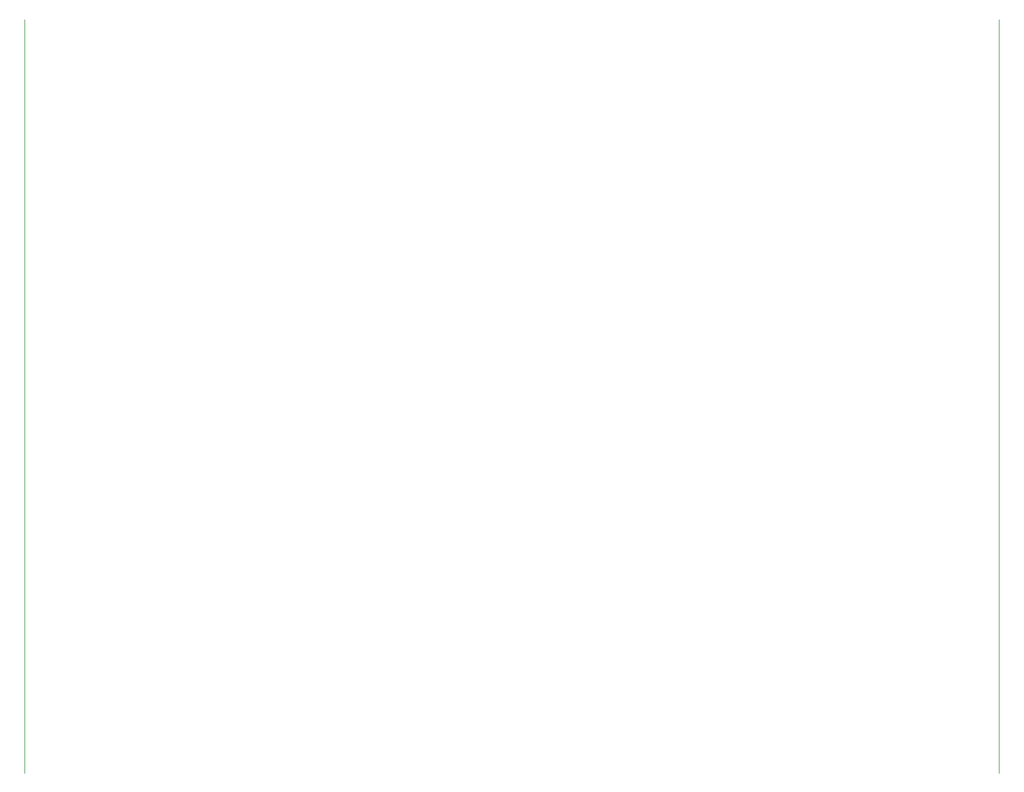
<source format=gbr>
%TF.GenerationSoftware,KiCad,Pcbnew,(5.1.6)-1*%
%TF.CreationDate,2021-09-12T14:35:44-05:00*%
%TF.ProjectId,controller,636f6e74-726f-46c6-9c65-722e6b696361,rev?*%
%TF.SameCoordinates,Original*%
%TF.FileFunction,Profile,NP*%
%FSLAX46Y46*%
G04 Gerber Fmt 4.6, Leading zero omitted, Abs format (unit mm)*
G04 Created by KiCad (PCBNEW (5.1.6)-1) date 2021-09-12 14:35:44*
%MOMM*%
%LPD*%
G01*
G04 APERTURE LIST*
%TA.AperFunction,Profile*%
%ADD10C,0.100000*%
%TD*%
G04 APERTURE END LIST*
D10*
X2540000Y101600000D02*
X2540000Y-2540000D01*
X137160000Y101600000D02*
X137160000Y-2540000D01*
M02*

</source>
